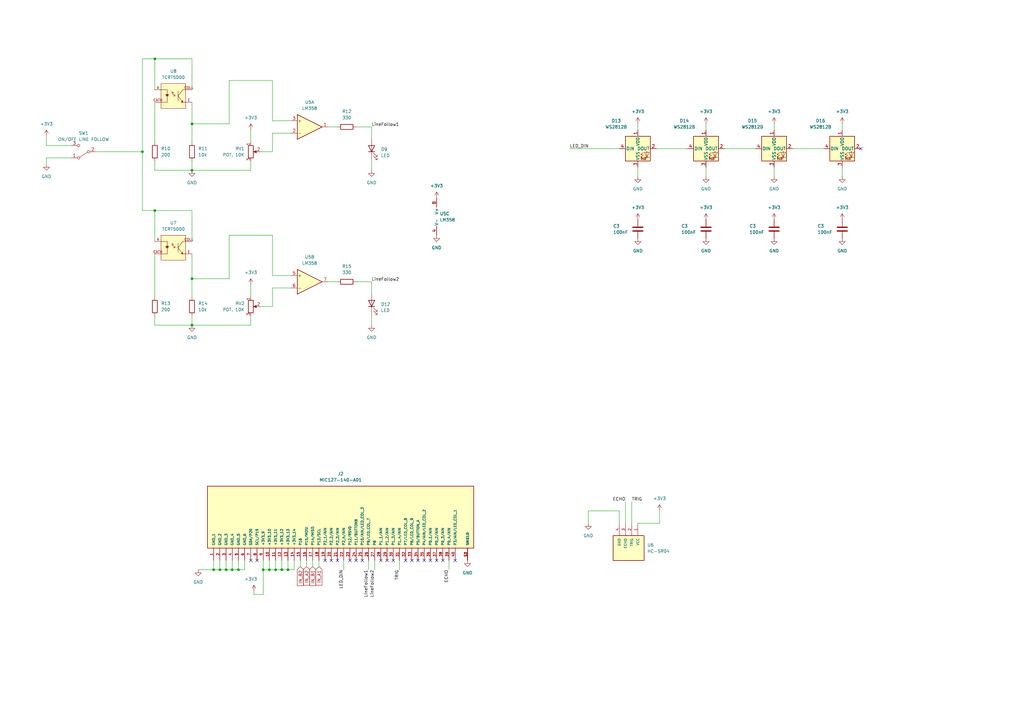
<source format=kicad_sch>
(kicad_sch (version 20230121) (generator eeschema)
  (paper "A3")
  (lib_symbols
    (symbol "Amplifier_Operational:LM358" (pin_names (offset 0.127))
      (property "Reference" "U" (at 0 5.08 0))
      (property "Value" "LM358" (at 0 -5.08 0))
      (symbol "LM358_1_1"
        (polyline (pts (xy -5.08 5.08) (xy 5.08 0) (xy -5.08 -5.08) (xy -5.08 5.08)) (stroke (width 0.254)) (fill (type background)))
        (pin output line (at 7.62 0 180) (length 2.54) (name "~") (number "1"))
        (pin input line (at -7.62 -2.54 0) (length 2.54) (name "-") (number "2"))
        (pin input line (at -7.62 2.54 0) (length 2.54) (name "+") (number "3"))
      )
      (symbol "LM358_2_1"
        (polyline (pts (xy -5.08 5.08) (xy 5.08 0) (xy -5.08 -5.08) (xy -5.08 5.08)) (stroke (width 0.254)) (fill (type background)))
        (pin input line (at -7.62 2.54 0) (length 2.54) (name "+") (number "5"))
        (pin input line (at -7.62 -2.54 0) (length 2.54) (name "-") (number "6"))
        (pin output line (at 7.62 0 180) (length 2.54) (name "~") (number "7"))
      )
      (symbol "LM358_3_1"
        (pin power_in line (at -2.54 -7.62 90) (length 3.81) (name "V-") (number "4"))
        (pin power_in line (at -2.54 7.62 270) (length 3.81) (name "V+") (number "8"))
      )
    )
    (symbol "Device:C" (pin_numbers hide) (pin_names (offset 0.254))
      (property "Reference" "C" (at 0.635 2.54 0))
      (property "Value" "C" (at 0.635 -2.54 0))
      (symbol "C_0_1"
        (polyline (pts (xy -2.032 -0.762) (xy 2.032 -0.762)) (stroke (width 0.508)))
        (polyline (pts (xy -2.032 0.762) (xy 2.032 0.762)) (stroke (width 0.508)))
      )
      (symbol "C_1_1"
        (pin passive line (at 0 3.81 270) (length 2.794) (name "~") (number "1"))
        (pin passive line (at 0 -3.81 90) (length 2.794) (name "~") (number "2"))
      )
    )
    (symbol "Device:LED" (pin_numbers hide) (pin_names (offset 1.016) hide)
      (property "Reference" "D" (at 0 2.54 0))
      (property "Value" "LED" (at 0 -2.54 0))
      (symbol "LED_0_1"
        (polyline (pts (xy -1.27 -1.27) (xy -1.27 1.27)) (stroke (width 0.254)))
        (polyline (pts (xy -1.27 0) (xy 1.27 0)))
        (polyline (pts (xy 1.27 -1.27) (xy 1.27 1.27) (xy -1.27 0) (xy 1.27 -1.27)) (stroke (width 0.254)))
        (polyline (pts (xy -3.048 -0.762) (xy -4.572 -2.286) (xy -3.81 -2.286) (xy -4.572 -2.286) (xy -4.572 -1.524)))
        (polyline (pts (xy -1.778 -0.762) (xy -3.302 -2.286) (xy -2.54 -2.286) (xy -3.302 -2.286) (xy -3.302 -1.524)))
      )
      (symbol "LED_1_1"
        (pin passive line (at -3.81 0 0) (length 2.54) (name "K") (number "1"))
        (pin passive line (at 3.81 0 180) (length 2.54) (name "A") (number "2"))
      )
    )
    (symbol "Device:R" (pin_numbers hide) (pin_names (offset 0))
      (property "Reference" "R" (at 2.032 0 90))
      (property "Value" "R" (at 0 0 90))
      (symbol "R_0_1"
        (rectangle (start -1.016 -2.54) (end 1.016 2.54) (stroke (width 0.254)))
      )
      (symbol "R_1_1"
        (pin passive line (at 0 3.81 270) (length 1.27) (name "~") (number "1"))
        (pin passive line (at 0 -3.81 90) (length 1.27) (name "~") (number "2"))
      )
    )
    (symbol "Device:R_Potentiometer" (pin_names (offset 1.016) hide)
      (property "Reference" "RV" (at -4.445 0 90))
      (property "Value" "R_Potentiometer" (at -2.54 0 90))
      (symbol "R_Potentiometer_0_1"
        (polyline (pts (xy 2.54 0) (xy 1.524 0)))
        (polyline (pts (xy 1.143 0) (xy 2.286 0.508) (xy 2.286 -0.508) (xy 1.143 0)) (fill (type outline)))
        (rectangle (start 1.016 2.54) (end -1.016 -2.54) (stroke (width 0.254)))
      )
      (symbol "R_Potentiometer_1_1"
        (pin passive line (at 0 3.81 270) (length 1.27) (name "1") (number "1"))
        (pin passive line (at 3.81 0 180) (length 1.27) (name "2") (number "2"))
        (pin passive line (at 0 -3.81 90) (length 1.27) (name "3") (number "3"))
      )
    )
    (symbol "HC-SR04:HC-SR04" (pin_names (offset 1.016))
      (property "Reference" "U" (at 0 5.0813 0))
      (property "Value" "HC-SR04" (at 0 -10.163 0))
      (symbol "HC-SR04_0_0"
        (rectangle (start 0 -7.62) (end 10.16 5.08) (stroke (width 0.254)) (fill (type background)))
        (pin power_in line (at -5.08 2.54 0) (length 5.08) (name "VCC") (number "1"))
        (pin bidirectional line (at -5.08 0 0) (length 5.08) (name "TRIG") (number "2"))
        (pin bidirectional line (at -5.08 -2.54 0) (length 5.08) (name "ECHO") (number "3"))
        (pin power_in line (at -5.08 -5.08 0) (length 5.08) (name "GND") (number "4"))
      )
    )
    (symbol "LED:WS2812B" (pin_names (offset 0.254))
      (property "Reference" "D" (at 5.08 5.715 0))
      (property "Value" "WS2812B" (at 1.27 -5.715 0))
      (symbol "WS2812B_0_0"
        (text "RGB" (at 2.286 -4.191 0) (effects (font (size 0.762 0.762))))
      )
      (symbol "WS2812B_0_1"
        (polyline (pts (xy 1.27 -3.556) (xy 1.778 -3.556)))
        (polyline (pts (xy 1.27 -2.54) (xy 1.778 -2.54)))
        (polyline (pts (xy 4.699 -3.556) (xy 2.667 -3.556)))
        (polyline (pts (xy 2.286 -2.54) (xy 1.27 -3.556) (xy 1.27 -3.048)))
        (polyline (pts (xy 2.286 -1.524) (xy 1.27 -2.54) (xy 1.27 -2.032)))
        (polyline (pts (xy 3.683 -1.016) (xy 3.683 -3.556) (xy 3.683 -4.064)))
        (polyline (pts (xy 4.699 -1.524) (xy 2.667 -1.524) (xy 3.683 -3.556) (xy 4.699 -1.524)))
        (rectangle (start 5.08 5.08) (end -5.08 -5.08) (stroke (width 0.254)) (fill (type background)))
      )
      (symbol "WS2812B_1_1"
        (pin power_in line (at 0 7.62 270) (length 2.54) (name "VDD") (number "1"))
        (pin output line (at 7.62 0 180) (length 2.54) (name "DOUT") (number "2"))
        (pin power_in line (at 0 -7.62 90) (length 2.54) (name "VSS") (number "3"))
        (pin input line (at -7.62 0 0) (length 2.54) (name "DIN") (number "4"))
      )
    )
    (symbol "MIC127-140-A01:MIC127-140-A01" (pin_names (offset 1.016))
      (property "Reference" "J" (at -12.7 54.61 0))
      (property "Value" "MIC127-140-A01" (at -12.7 -58.42 0))
      (symbol "MIC127-140-A01_0_0"
        (rectangle (start -12.7 -55.88) (end 12.7 53.34) (stroke (width 0.254)) (fill (type background)))
        (pin power_in line (at -17.78 50.8 0) (length 5.08) (name "GND_1") (number "1"))
        (pin power_in line (at -17.78 27.94 0) (length 5.08) (name "+3V3_10") (number "10"))
        (pin power_in line (at -17.78 25.4 0) (length 5.08) (name "+3V3_11") (number "11"))
        (pin power_in line (at -17.78 22.86 0) (length 5.08) (name "+3V3_12") (number "12"))
        (pin power_in line (at -17.78 20.32 0) (length 5.08) (name "+3V3_13") (number "13"))
        (pin power_in line (at -17.78 17.78 0) (length 5.08) (name "+3V3_14") (number "14"))
        (pin bidirectional line (at -17.78 15.24 0) (length 5.08) (name "P16") (number "15"))
        (pin bidirectional line (at -17.78 12.7 0) (length 5.08) (name "P15/MOSI") (number "16"))
        (pin bidirectional line (at -17.78 10.16 0) (length 5.08) (name "P14/MISO") (number "17"))
        (pin bidirectional line (at -17.78 7.62 0) (length 5.08) (name "P13/SCL") (number "18"))
        (pin bidirectional line (at -17.78 5.08 0) (length 5.08) (name "P2_1/AIN") (number "19"))
        (pin power_in line (at -17.78 48.26 0) (length 5.08) (name "GND_2") (number "2"))
        (pin bidirectional line (at -17.78 2.54 0) (length 5.08) (name "P2_2/AIN") (number "20"))
        (pin bidirectional line (at -17.78 0 0) (length 5.08) (name "P2_3/AIN") (number "21"))
        (pin bidirectional line (at -17.78 -2.54 0) (length 5.08) (name "P2_4/AIN") (number "22"))
        (pin bidirectional line (at -17.78 -5.08 0) (length 5.08) (name "P12/RSVD") (number "23"))
        (pin bidirectional line (at -17.78 -7.62 0) (length 5.08) (name "P11/BUTTONB") (number "24"))
        (pin bidirectional line (at -17.78 -10.16 0) (length 5.08) (name "P10/AIN/LED_COL_3") (number "25"))
        (pin bidirectional line (at -17.78 -12.7 0) (length 5.08) (name "P9/LED_COL_7") (number "26"))
        (pin bidirectional line (at -17.78 -15.24 0) (length 5.08) (name "P8") (number "27"))
        (pin bidirectional line (at -17.78 -17.78 0) (length 5.08) (name "P1_1/AIN") (number "28"))
        (pin bidirectional line (at -17.78 -20.32 0) (length 5.08) (name "P1_2/AIN") (number "29"))
        (pin power_in line (at -17.78 45.72 0) (length 5.08) (name "GND_3") (number "3"))
        (pin bidirectional line (at -17.78 -22.86 0) (length 5.08) (name "P1_3/AIN") (number "30"))
        (pin bidirectional line (at -17.78 -25.4 0) (length 5.08) (name "P1_4/AIN") (number "31"))
        (pin bidirectional line (at -17.78 -27.94 0) (length 5.08) (name "P7/LED_COL_8") (number "32"))
        (pin bidirectional line (at -17.78 -30.48 0) (length 5.08) (name "P6/LED_COL_9") (number "33"))
        (pin bidirectional line (at -17.78 -33.02 0) (length 5.08) (name "P5/BUTTON_A") (number "34"))
        (pin bidirectional line (at -17.78 -35.56 0) (length 5.08) (name "P4/AIN/LED_COL_2") (number "35"))
        (pin bidirectional line (at -17.78 -38.1 0) (length 5.08) (name "P0_1/AIN") (number "36"))
        (pin bidirectional line (at -17.78 -40.64 0) (length 5.08) (name "P0_2/AIN") (number "37"))
        (pin bidirectional line (at -17.78 -43.18 0) (length 5.08) (name "P0_3/AIN") (number "38"))
        (pin bidirectional line (at -17.78 -45.72 0) (length 5.08) (name "P0_4/AIN") (number "39"))
        (pin power_in line (at -17.78 43.18 0) (length 5.08) (name "GND_4") (number "4"))
        (pin bidirectional line (at -17.78 -48.26 0) (length 5.08) (name "P3/AIN/LED_COL_1") (number "40"))
        (pin power_in line (at -17.78 40.64 0) (length 5.08) (name "GND_5") (number "5"))
        (pin power_in line (at -17.78 38.1 0) (length 5.08) (name "GND_6") (number "6"))
        (pin bidirectional line (at -17.78 35.56 0) (length 5.08) (name "SDA/P20") (number "7"))
        (pin bidirectional line (at -17.78 33.02 0) (length 5.08) (name "SCL/P19") (number "8"))
        (pin power_in line (at -17.78 30.48 0) (length 5.08) (name "+3V3_9") (number "9"))
        (pin passive line (at -17.78 -53.34 0) (length 5.08) (name "SHIELD") (number "S1"))
        (pin passive line (at -17.78 -53.34 0) (length 5.08) (name "SHIELD") (number "S2"))
      )
    )
    (symbol "Switch:SW_SPDT" (pin_names (offset 0) hide)
      (property "Reference" "SW" (at 0 4.318 0))
      (property "Value" "SW_SPDT" (at 0 -5.08 0))
      (symbol "SW_SPDT_0_0"
        (circle (center -2.032 0) (radius 0.508))
        (circle (center 2.032 -2.54) (radius 0.508))
      )
      (symbol "SW_SPDT_0_1"
        (polyline (pts (xy -1.524 0.254) (xy 1.651 2.286)))
        (circle (center 2.032 2.54) (radius 0.508))
      )
      (symbol "SW_SPDT_1_1"
        (pin passive line (at 5.08 2.54 180) (length 2.54) (name "A") (number "1"))
        (pin passive line (at -5.08 0 0) (length 2.54) (name "B") (number "2"))
        (pin passive line (at 5.08 -2.54 180) (length 2.54) (name "C") (number "3"))
      )
    )
    (symbol "TCRT5000:TCRT5000" (pin_names (offset 1.016))
      (property "Reference" "U" (at -5.0887 5.7248 0))
      (property "Value" "TCRT5000" (at -5.0838 -5.7193 0))
      (symbol "TCRT5000_0_0"
        (rectangle (start -5.08 -5.08) (end 5.08 5.08) (stroke (width 0.1524)) (fill (type background)))
        (polyline (pts (xy -5.08 2.54) (xy -2.54 2.54)) (stroke (width 0.1524)))
        (polyline (pts (xy -3.175 0) (xy -1.905 0)) (stroke (width 0.1524)))
        (polyline (pts (xy -2.54 -2.54) (xy -5.08 -2.54)) (stroke (width 0.1524)))
        (polyline (pts (xy -2.54 2.54) (xy -2.54 -2.54)) (stroke (width 0.1524)))
        (polyline (pts (xy -0.635 1.27) (xy 0.635 0)) (stroke (width 0.1524)))
        (polyline (pts (xy -0.635 1.905) (xy 0 1.27)) (stroke (width 0.1524)))
        (polyline (pts (xy 0 1.27) (xy -0.635 1.27)) (stroke (width 0.1524)))
        (polyline (pts (xy 0.635 0) (xy 0 0)) (stroke (width 0.1524)))
        (polyline (pts (xy 0.635 0.635) (xy 0.635 0)) (stroke (width 0.1524)))
        (polyline (pts (xy 1.905 0) (xy 1.905 -1.905)) (stroke (width 0.1524)))
        (polyline (pts (xy 1.905 0) (xy 3.81 -2.54)) (stroke (width 0.1524)))
        (polyline (pts (xy 1.905 0) (xy 3.81 2.54)) (stroke (width 0.1524)))
        (polyline (pts (xy 1.905 1.905) (xy 1.905 0)) (stroke (width 0.1524)))
        (polyline (pts (xy 3.81 -2.54) (xy 5.08 -2.54)) (stroke (width 0.1524)))
        (polyline (pts (xy 3.81 2.54) (xy 5.08 2.54)) (stroke (width 0.1524)))
        (polyline (pts (xy -3.175 0.635) (xy -1.905 0.635) (xy -2.54 0) (xy -3.175 0.635)) (stroke (width 0.1524)) (fill (type outline)))
        (polyline (pts (xy 3.175 -2.54) (xy 3.81 -2.54) (xy 3.81 -1.905) (xy 3.175 -2.54)) (stroke (width 0.1524)) (fill (type outline)))
        (pin passive line (at -7.62 2.54 0) (length 2.54) (name "~") (number "A"))
        (pin passive line (at -7.62 -2.54 0) (length 2.54) (name "~") (number "CATH"))
        (pin passive line (at 7.62 2.54 180) (length 2.54) (name "~") (number "COLL"))
        (pin passive line (at 7.62 -2.54 180) (length 2.54) (name "~") (number "E"))
      )
    )
    (symbol "power:+3V3" (power) (pin_names (offset 0))
      (property "Value" "+3V3" (at 0 3.556 0))
      (symbol "+3V3_0_1"
        (polyline (pts (xy -0.762 1.27) (xy 0 2.54)))
        (polyline (pts (xy 0 0) (xy 0 2.54)))
        (polyline (pts (xy 0 2.54) (xy 0.762 1.27)))
      )
      (symbol "+3V3_1_1"
        (pin power_in line (at 0 0 90) (length 0) hide (name "+3V3") (number "1"))
      )
    )
    (symbol "power:GND" (power) (pin_names (offset 0))
      (property "Value" "GND" (at 0 -3.81 0))
      (symbol "GND_0_1"
        (polyline (pts (xy 0 0) (xy 0 -1.27) (xy 1.27 -1.27) (xy 0 -2.54) (xy -1.27 -1.27) (xy 0 -1.27)))
      )
      (symbol "GND_1_1"
        (pin power_in line (at 0 0 270) (length 0) hide (name "GND") (number "1"))
      )
    )
  )
  (junction (at 110.49 233.68))
  (junction (at 78.74 50.8))
  (junction (at 78.74 114.3))
  (junction (at 92.71 233.68))
  (junction (at 95.25 233.68))
  (junction (at 63.5 86.36))
  (junction (at 58.42 62.23))
  (junction (at 115.57 233.68))
  (junction (at 63.5 24.13))
  (junction (at 90.17 233.68))
  (junction (at 113.03 233.68))
  (junction (at 78.74 133.35))
  (junction (at 78.74 69.85))
  (junction (at 87.63 233.68))
  (junction (at 118.11 233.68))
  (junction (at 107.95 233.68))
  (junction (at 97.79 233.68))
  (no_connect (at 105.41 229.87))
  (no_connect (at 166.37 229.87))
  (no_connect (at 186.69 229.87))
  (no_connect (at 168.91 229.87))
  (no_connect (at 133.35 229.87))
  (no_connect (at 179.07 229.87))
  (no_connect (at 146.05 229.87))
  (no_connect (at 173.99 229.87))
  (no_connect (at 148.59 229.87))
  (no_connect (at 176.53 229.87))
  (no_connect (at 143.51 229.87))
  (no_connect (at 161.29 229.87))
  (no_connect (at 156.21 229.87))
  (no_connect (at 102.87 229.87))
  (no_connect (at 138.43 229.87))
  (no_connect (at 158.75 229.87))
  (no_connect (at 353.06 60.96))
  (no_connect (at 171.45 229.87))
  (no_connect (at 181.61 229.87))
  (no_connect (at 135.89 229.87))
  (wire (pts (xy 97.79 233.68) (xy 95.25 233.68)))
  (wire (pts (xy 106.68 62.23) (xy 111.76 62.23)))
  (wire (pts (xy 97.79 229.87) (xy 97.79 233.68)))
  (wire (pts (xy 134.62 115.57) (xy 138.43 115.57)))
  (wire (pts (xy 151.13 229.87) (xy 151.13 233.68)))
  (wire (pts (xy 102.87 116.84) (xy 102.87 121.92)))
  (wire (pts (xy 111.76 113.03) (xy 119.38 113.03)))
  (wire (pts (xy 63.5 86.36) (xy 63.5 99.06)))
  (wire (pts (xy 106.68 125.73) (xy 111.76 125.73)))
  (wire (pts (xy 152.4 133.35) (xy 152.4 128.27)))
  (wire (pts (xy 134.62 52.07) (xy 138.43 52.07)))
  (wire (pts (xy 128.27 232.41) (xy 128.27 229.87)))
  (wire (pts (xy 317.5 50.8) (xy 317.5 53.34)))
  (wire (pts (xy 102.87 129.54) (xy 102.87 133.35)))
  (wire (pts (xy 110.49 233.68) (xy 110.49 229.87)))
  (wire (pts (xy 146.05 52.07) (xy 152.4 52.07)))
  (wire (pts (xy 102.87 53.34) (xy 102.87 58.42)))
  (wire (pts (xy 289.56 68.58) (xy 289.56 72.39)))
  (wire (pts (xy 123.19 232.41) (xy 123.19 229.87)))
  (wire (pts (xy 163.83 229.87) (xy 163.83 233.68)))
  (wire (pts (xy 63.5 133.35) (xy 78.74 133.35)))
  (wire (pts (xy 63.5 24.13) (xy 63.5 36.83)))
  (wire (pts (xy 90.17 229.87) (xy 90.17 233.68)))
  (wire (pts (xy 107.95 233.68) (xy 110.49 233.68)))
  (wire (pts (xy 113.03 233.68) (xy 110.49 233.68)))
  (wire (pts (xy 254 209.55) (xy 241.3 209.55)))
  (wire (pts (xy 63.5 66.04) (xy 63.5 69.85)))
  (wire (pts (xy 29.21 64.77) (xy 19.05 64.77)))
  (wire (pts (xy 78.74 50.8) (xy 93.98 50.8)))
  (wire (pts (xy 118.11 229.87) (xy 118.11 233.68)))
  (wire (pts (xy 58.42 62.23) (xy 58.42 24.13)))
  (wire (pts (xy 95.25 233.68) (xy 92.71 233.68)))
  (wire (pts (xy 115.57 233.68) (xy 113.03 233.68)))
  (wire (pts (xy 254 214.63) (xy 254 209.55)))
  (wire (pts (xy 130.81 232.41) (xy 130.81 229.87)))
  (wire (pts (xy 261.62 50.8) (xy 261.62 53.34)))
  (wire (pts (xy 93.98 33.02) (xy 111.76 33.02)))
  (wire (pts (xy 90.17 233.68) (xy 87.63 233.68)))
  (wire (pts (xy 118.11 233.68) (xy 115.57 233.68)))
  (wire (pts (xy 146.05 115.57) (xy 152.4 115.57)))
  (wire (pts (xy 78.74 114.3) (xy 78.74 121.92)))
  (wire (pts (xy 63.5 24.13) (xy 78.74 24.13)))
  (wire (pts (xy 93.98 96.52) (xy 111.76 96.52)))
  (wire (pts (xy 100.33 229.87) (xy 100.33 233.68)))
  (wire (pts (xy 19.05 59.69) (xy 19.05 55.88)))
  (wire (pts (xy 270.51 214.63) (xy 270.51 209.55)))
  (wire (pts (xy 78.74 133.35) (xy 78.74 129.54)))
  (wire (pts (xy 78.74 86.36) (xy 78.74 99.06)))
  (wire (pts (xy 111.76 49.53) (xy 119.38 49.53)))
  (wire (pts (xy 78.74 104.14) (xy 78.74 114.3)))
  (wire (pts (xy 58.42 86.36) (xy 63.5 86.36)))
  (wire (pts (xy 100.33 233.68) (xy 97.79 233.68)))
  (wire (pts (xy 63.5 104.14) (xy 63.5 121.92)))
  (wire (pts (xy 261.62 68.58) (xy 261.62 72.39)))
  (wire (pts (xy 102.87 69.85) (xy 78.74 69.85)))
  (wire (pts (xy 111.76 96.52) (xy 111.76 113.03)))
  (wire (pts (xy 261.62 214.63) (xy 270.51 214.63)))
  (wire (pts (xy 256.54 205.74) (xy 256.54 214.63)))
  (wire (pts (xy 102.87 133.35) (xy 78.74 133.35)))
  (wire (pts (xy 111.76 62.23) (xy 111.76 54.61)))
  (wire (pts (xy 107.95 243.84) (xy 104.14 243.84)))
  (wire (pts (xy 102.87 66.04) (xy 102.87 69.85)))
  (wire (pts (xy 92.71 233.68) (xy 90.17 233.68)))
  (wire (pts (xy 63.5 129.54) (xy 63.5 133.35)))
  (wire (pts (xy 259.08 205.74) (xy 259.08 214.63)))
  (wire (pts (xy 297.18 60.96) (xy 309.88 60.96)))
  (wire (pts (xy 39.37 62.23) (xy 58.42 62.23)))
  (wire (pts (xy 289.56 50.8) (xy 289.56 53.34)))
  (wire (pts (xy 104.14 243.84) (xy 104.14 242.57)))
  (wire (pts (xy 345.44 50.8) (xy 345.44 53.34)))
  (wire (pts (xy 152.4 69.85) (xy 152.4 64.77)))
  (wire (pts (xy 58.42 24.13) (xy 63.5 24.13)))
  (wire (pts (xy 19.05 64.77) (xy 19.05 67.31)))
  (wire (pts (xy 113.03 229.87) (xy 113.03 233.68)))
  (wire (pts (xy 63.5 86.36) (xy 78.74 86.36)))
  (wire (pts (xy 111.76 118.11) (xy 119.38 118.11)))
  (wire (pts (xy 29.21 59.69) (xy 19.05 59.69)))
  (wire (pts (xy 233.68 60.96) (xy 254 60.96)))
  (wire (pts (xy 111.76 125.73) (xy 111.76 118.11)))
  (wire (pts (xy 107.95 233.68) (xy 107.95 243.84)))
  (wire (pts (xy 63.5 41.91) (xy 63.5 58.42)))
  (wire (pts (xy 153.67 229.87) (xy 153.67 233.68)))
  (wire (pts (xy 78.74 50.8) (xy 78.74 58.42)))
  (wire (pts (xy 107.95 229.87) (xy 107.95 233.68)))
  (wire (pts (xy 184.15 229.87) (xy 184.15 233.68)))
  (wire (pts (xy 152.4 115.57) (xy 152.4 120.65)))
  (wire (pts (xy 93.98 114.3) (xy 93.98 96.52)))
  (wire (pts (xy 63.5 69.85) (xy 78.74 69.85)))
  (wire (pts (xy 269.24 60.96) (xy 281.94 60.96)))
  (wire (pts (xy 111.76 33.02) (xy 111.76 49.53)))
  (wire (pts (xy 120.65 233.68) (xy 118.11 233.68)))
  (wire (pts (xy 78.74 41.91) (xy 78.74 50.8)))
  (wire (pts (xy 78.74 69.85) (xy 78.74 66.04)))
  (wire (pts (xy 325.12 60.96) (xy 337.82 60.96)))
  (wire (pts (xy 58.42 62.23) (xy 58.42 86.36)))
  (wire (pts (xy 95.25 229.87) (xy 95.25 233.68)))
  (wire (pts (xy 241.3 209.55) (xy 241.3 214.63)))
  (wire (pts (xy 317.5 68.58) (xy 317.5 72.39)))
  (wire (pts (xy 152.4 52.07) (xy 152.4 57.15)))
  (wire (pts (xy 78.74 24.13) (xy 78.74 36.83)))
  (wire (pts (xy 78.74 114.3) (xy 93.98 114.3)))
  (wire (pts (xy 140.97 229.87) (xy 140.97 233.68)))
  (wire (pts (xy 92.71 229.87) (xy 92.71 233.68)))
  (wire (pts (xy 81.28 233.68) (xy 87.63 233.68)))
  (wire (pts (xy 120.65 229.87) (xy 120.65 233.68)))
  (wire (pts (xy 111.76 54.61) (xy 119.38 54.61)))
  (wire (pts (xy 93.98 50.8) (xy 93.98 33.02)))
  (wire (pts (xy 345.44 68.58) (xy 345.44 72.39)))
  (wire (pts (xy 115.57 229.87) (xy 115.57 233.68)))
  (wire (pts (xy 125.73 232.41) (xy 125.73 229.87)))
  (wire (pts (xy 87.63 233.68) (xy 87.63 229.87)))
  (label "LED_DIN" (at 140.97 233.68 270))
  (label "TRIG" (at 163.83 233.68 270))
  (label "LineFollow2" (at 153.67 233.68 270))
  (label "LineFollow2" (at 152.4 115.57 0))
  (label "ECHO" (at 256.54 205.74 180))
  (label "LineFollow1" (at 152.4 52.07 0))
  (label "LED_DIN" (at 233.68 60.96 0))
  (label "LineFollow1" (at 151.13 233.68 270))
  (label "TRIG" (at 259.08 205.74 0))
  (label "ECHO" (at 184.15 233.68 270))
  (global_label "IN_B2" (shape input) (at 123.19 232.41 270) (property "Intersheetrefs" "${INTERSHEET_REFS}" (effects hide)))
  (global_label "IN_A1" (shape input) (at 130.81 232.41 270) (property "Intersheetrefs" "${INTERSHEET_REFS}" (effects hide)))
  (global_label "IN_B1" (shape input) (at 128.27 232.41 270) (property "Intersheetrefs" "${INTERSHEET_REFS}" (effects hide)))
  (global_label "IN_A2" (shape input) (at 125.73 232.41 270) (property "Intersheetrefs" "${INTERSHEET_REFS}" (effects hide)))
  (symbol (lib_id "power:GND") (at 261.62 72.39 0) (unit 1)
    (property "Reference" "#PWR040" (effects hide))
    (property "Value" "GND" (at 261.62 77.47 0))
  )
  (symbol (lib_id "MIC127-140-A01:MIC127-140-A01") (at 138.43 212.09 90) (unit 1)
    (property "Reference" "J2" (at 139.7 194.31 90))
    (property "Value" "MIC127-140-A01" (at 139.7 196.85 90))
    (property "Footprint" "MIC127-140-A01:DONGGUAN_MIC127-140-A01" (effects hide))
    (property "MF" "Dongguan Liyang electronics" (effects hide))
    (property "MAXIMUM_PACKAGE_HEIGHT" "10.6 mm" (effects hide))
    (property "Package" "Package" (effects hide))
    (property "Price" "None" (effects hide))
    (property "Check_prices" "https://www.snapeda.com/parts/MIC127-140-A01/Dongguan+Liyang+electronics/view-part/?ref=eda" (effects hide))
    (property "STANDARD" "Manufacturer Recommendations" (effects hide))
    (property "PARTREV" "A" (effects hide))
    (property "SnapEDA_Link" "https://www.snapeda.com/parts/MIC127-140-A01/Dongguan+Liyang+electronics/view-part/?ref=snap" (effects hide))
    (property "MP" "MIC127-140-A01" (effects hide))
    (property "Description" "\n40-pins Micro Bit-connector, SMT\n" (effects hide))
    (property "Availability" "Not in stock" (effects hide))
    (property "MANUFACTURER" "Dong Guan Yu Liang Electronics" (effects hide))
  )
  (symbol (lib_id "HC-SR04:HC-SR04") (at 259.08 219.71 270) (unit 1)
    (property "Reference" "U6" (at 265.43 223.52 90) (effects (justify left)))
    (property "Value" "HC-SR04" (at 265.43 226.06 90) (effects (justify left)))
    (property "Footprint" "HC-SR04:XCVR_HC-SR04" (effects hide))
    (property "MF" "SparkFun Electronics" (effects hide))
    (property "Description" "\nHC-SR04 Ultrasonic Sensor Qwiic Platform Evaluation Expansion Board\n" (effects hide))
    (property "Package" "None" (effects hide))
    (property "Price" "None" (effects hide))
    (property "Check_prices" "https://www.snapeda.com/parts/HC-SR04/SparkFun+Electronics/view-part/?ref=eda" (effects hide))
    (property "SnapEDA_Link" "https://www.snapeda.com/parts/HC-SR04/SparkFun+Electronics/view-part/?ref=snap" (effects hide))
    (property "MP" "HC-SR04" (effects hide))
    (property "Availability" "Not in stock" (effects hide))
    (property "MANUFACTURER" "Osepp" (effects hide))
  )
  (symbol (lib_id "LED:WS2812B") (at 317.5 60.96 0) (unit 1)
    (property "Reference" "D15" (at 308.61 49.53 0))
    (property "Value" "WS2812B" (at 308.61 52.07 0))
    (property "Footprint" "LED_SMD:LED_WS2812B_PLCC4_5.0x5.0mm_P3.2mm" (effects hide))
    (property "Datasheet" "https://cdn-shop.adafruit.com/datasheets/WS2812B.pdf" (effects hide))
  )
  (symbol (lib_id "Device:C") (at 289.56 93.98 0) (unit 1)
    (property "Reference" "C3" (at 279.4 92.71 0) (effects (justify left)))
    (property "Value" "100nF" (at 279.4 95.25 0) (effects (justify left)))
    (property "Footprint" "Capacitor_SMD:C_0805_2012Metric" (effects hide))
    (instances (project "PCB_MAQUEEN_V1" (path "" (reference "C3") (unit 1)) (path "" (reference "C9") (unit 1))))
  )
  (symbol (lib_id "Device:R") (at 63.5 125.73 0) (unit 1)
    (property "Reference" "R13" (at 66.04 124.46 0) (effects (justify left)))
    (property "Value" "200" (at 66.04 127 0) (effects (justify left)))
    (property "Footprint" "Resistor_SMD:R_0805_2012Metric" (effects hide))
  )
  (symbol (lib_id "power:GND") (at 317.5 97.79 0) (unit 1)
    (property "Reference" "#PWR053" (effects hide))
    (property "Value" "GND" (at 317.5 102.87 0))
  )
  (symbol (lib_id "power:+3V3") (at 317.5 50.8 0) (unit 1)
    (property "Reference" "#PWR03" (effects hide))
    (property "Value" "+3V3" (at 317.5 45.72 0))
    (instances (project "PCB_MAQUEEN_V1" (path "" (reference "#PWR03") (unit 1)) (path "" (reference "#PWR047") (unit 1))))
  )
  (symbol (lib_id "Device:R") (at 142.24 115.57 90) (unit 1)
    (property "Reference" "R15" (at 142.24 109.22 90))
    (property "Value" "330" (at 142.24 111.76 90))
    (property "Footprint" "Resistor_SMD:R_0805_2012Metric" (effects hide))
  )
  (symbol (lib_id "power:+3V3") (at 261.62 50.8 0) (unit 1)
    (property "Reference" "#PWR03" (effects hide))
    (property "Value" "+3V3" (at 261.62 45.72 0))
    (instances (project "PCB_MAQUEEN_V1" (path "" (reference "#PWR03") (unit 1)) (path "" (reference "#PWR039") (unit 1))))
  )
  (symbol (lib_id "power:GND") (at 19.05 67.31 0) (unit 1)
    (property "Reference" "#PWR060" (effects hide))
    (property "Value" "GND" (at 19.05 72.39 0))
  )
  (symbol (lib_id "power:GND") (at 191.77 229.87 0) (unit 1)
    (property "Reference" "#PWR029" (effects hide))
    (property "Value" "GND" (at 191.77 234.95 0))
  )
  (symbol (lib_id "Switch:SW_SPDT") (at 34.29 62.23 180) (unit 1)
    (property "Reference" "SW1" (at 34.29 54.61 0))
    (property "Value" "ON/OFF LINE FOLLOW" (at 34.29 57.15 0))
    (property "Footprint" "Footprint_lib_user:SW_DESLIZANTE" (effects hide))
    (instances (project "PCB_MAQUEEN_V1" (path "" (reference "SW1") (unit 1)) (path "" (reference "SW2") (unit 1))))
  )
  (symbol (lib_id "power:+3V3") (at 179.07 81.28 0) (unit 1)
    (property "Reference" "#PWR03" (effects hide))
    (property "Value" "+3V3" (at 179.07 76.2 0))
    (instances (project "PCB_MAQUEEN_V1" (path "" (reference "#PWR03") (unit 1)) (path "" (reference "#PWR037") (unit 1))))
  )
  (symbol (lib_id "power:GND") (at 78.74 133.35 0) (unit 1)
    (property "Reference" "#PWR035" (effects hide))
    (property "Value" "GND" (at 78.74 138.43 0))
  )
  (symbol (lib_id "Device:R") (at 142.24 52.07 90) (unit 1)
    (property "Reference" "R12" (at 142.24 45.72 90))
    (property "Value" "330" (at 142.24 48.26 90))
    (property "Footprint" "Resistor_SMD:R_0805_2012Metric" (effects hide))
  )
  (symbol (lib_id "power:+3V3") (at 104.14 242.57 0) (unit 1)
    (property "Reference" "#PWR03" (effects hide))
    (property "Value" "+3V3" (at 102.87 237.49 0))
    (instances (project "PCB_MAQUEEN_V1" (path "" (reference "#PWR03") (unit 1)) (path "" (reference "#PWR058") (unit 1))))
  )
  (symbol (lib_id "Amplifier_Operational:LM358") (at 127 115.57 0) (unit 2)
    (property "Reference" "U5" (at 127 105.41 0))
    (property "Value" "LM358" (at 127 107.95 0))
    (property "Footprint" "Package_SO:SOIC-8_3.9x4.9mm_P1.27mm" (effects hide))
    (property "Datasheet" "http://www.ti.com/lit/ds/symlink/lm2904-n.pdf" (effects hide))
  )
  (symbol (lib_id "Device:C") (at 317.5 93.98 0) (unit 1)
    (property "Reference" "C3" (at 307.34 92.71 0) (effects (justify left)))
    (property "Value" "100nF" (at 307.34 95.25 0) (effects (justify left)))
    (property "Footprint" "Capacitor_SMD:C_0805_2012Metric" (effects hide))
    (instances (project "PCB_MAQUEEN_V1" (path "" (reference "C3") (unit 1)) (path "" (reference "C10") (unit 1))))
  )
  (symbol (lib_id "Device:R") (at 78.74 125.73 0) (unit 1)
    (property "Reference" "R14" (at 81.28 124.46 0) (effects (justify left)))
    (property "Value" "10k" (at 81.28 127 0) (effects (justify left)))
    (property "Footprint" "Resistor_SMD:R_0805_2012Metric" (effects hide))
  )
  (symbol (lib_id "Device:LED") (at 152.4 124.46 90) (unit 1)
    (property "Reference" "D12" (at 156.21 124.7775 90) (effects (justify right)))
    (property "Value" "LED" (at 156.21 127.3175 90) (effects (justify right)))
    (property "Footprint" "LED_SMD:LED_0805_2012Metric_Pad1.15x1.40mm_HandSolder" (effects hide))
  )
  (symbol (lib_id "power:GND") (at 345.44 72.39 0) (unit 1)
    (property "Reference" "#PWR050" (effects hide))
    (property "Value" "GND" (at 345.44 77.47 0))
  )
  (symbol (lib_id "Amplifier_Operational:LM358") (at 127 52.07 0) (unit 1)
    (property "Reference" "U5" (at 127 41.91 0))
    (property "Value" "LM358" (at 127 44.45 0))
    (property "Footprint" "Package_SO:SOIC-8_3.9x4.9mm_P1.27mm" (effects hide))
    (property "Datasheet" "http://www.ti.com/lit/ds/symlink/lm2904-n.pdf" (effects hide))
  )
  (symbol (lib_id "power:GND") (at 152.4 133.35 0) (unit 1)
    (property "Reference" "#PWR036" (effects hide))
    (property "Value" "GND" (at 152.4 138.43 0))
  )
  (symbol (lib_id "Device:R_Potentiometer") (at 102.87 125.73 0) (unit 1)
    (property "Reference" "RV2" (at 100.33 124.46 0) (effects (justify right)))
    (property "Value" "POT. 10K" (at 100.33 127 0) (effects (justify right)))
    (property "Footprint" "Potentiometer_SMD:Potentiometer_Bourns_3314G_Vertical" (effects hide))
  )
  (symbol (lib_id "power:GND") (at 78.74 69.85 0) (unit 1)
    (property "Reference" "#PWR019" (effects hide))
    (property "Value" "GND" (at 78.74 74.93 0))
  )
  (symbol (lib_id "power:+3V3") (at 19.05 55.88 0) (unit 1)
    (property "Reference" "#PWR03" (effects hide))
    (property "Value" "+3V3" (at 19.05 50.8 0))
    (instances (project "PCB_MAQUEEN_V1" (path "" (reference "#PWR03") (unit 1)) (path "" (reference "#PWR059") (unit 1))))
  )
  (symbol (lib_id "Device:C") (at 345.44 93.98 0) (unit 1)
    (property "Reference" "C3" (at 335.28 92.71 0) (effects (justify left)))
    (property "Value" "100nF" (at 335.28 95.25 0) (effects (justify left)))
    (property "Footprint" "Capacitor_SMD:C_0805_2012Metric" (effects hide))
    (instances (project "PCB_MAQUEEN_V1" (path "" (reference "C3") (unit 1)) (path "" (reference "C11") (unit 1))))
  )
  (symbol (lib_id "power:GND") (at 289.56 97.79 0) (unit 1)
    (property "Reference" "#PWR046" (effects hide))
    (property "Value" "GND" (at 289.56 102.87 0))
  )
  (symbol (lib_id "Device:LED") (at 152.4 60.96 90) (unit 1)
    (property "Reference" "D9" (at 156.21 61.2775 90) (effects (justify right)))
    (property "Value" "LED" (at 156.21 63.8175 90) (effects (justify right)))
    (property "Footprint" "LED_SMD:LED_0805_2012Metric" (effects hide))
  )
  (symbol (lib_id "power:+3V3") (at 345.44 90.17 0) (unit 1)
    (property "Reference" "#PWR03" (effects hide))
    (property "Value" "+3V3" (at 345.44 85.09 0))
    (instances (project "PCB_MAQUEEN_V1" (path "" (reference "#PWR03") (unit 1)) (path "" (reference "#PWR052") (unit 1))))
  )
  (symbol (lib_id "power:GND") (at 81.28 233.68 0) (unit 1)
    (property "Reference" "#PWR057" (effects hide))
    (property "Value" "GND" (at 81.28 238.76 0))
  )
  (symbol (lib_id "power:GND") (at 241.3 214.63 0) (unit 1)
    (property "Reference" "#PWR055" (effects hide))
    (property "Value" "GND" (at 241.3 219.71 0))
  )
  (symbol (lib_id "Device:R") (at 78.74 62.23 0) (unit 1)
    (property "Reference" "R11" (at 81.28 60.96 0) (effects (justify left)))
    (property "Value" "10k" (at 81.28 63.5 0) (effects (justify left)))
    (property "Footprint" "Resistor_SMD:R_0805_2012Metric" (effects hide))
  )
  (symbol (lib_id "LED:WS2812B") (at 289.56 60.96 0) (unit 1)
    (property "Reference" "D14" (at 280.67 49.53 0))
    (property "Value" "WS2812B" (at 280.67 52.07 0))
    (property "Footprint" "LED_SMD:LED_WS2812B_PLCC4_5.0x5.0mm_P3.2mm" (effects hide))
    (property "Datasheet" "https://cdn-shop.adafruit.com/datasheets/WS2812B.pdf" (effects hide))
  )
  (symbol (lib_id "TCRT5000:TCRT5000") (at 71.12 39.37 0) (unit 1)
    (property "Reference" "U8" (at 71.12 29.21 0))
    (property "Value" "TCRT5000" (at 71.12 31.75 0))
    (property "Footprint" "TCRT5000:OPTO_TCRT5000" (effects hide))
    (property "MF" "Vishay" (effects hide))
    (property "MAXIMUM_PACKAGE_HEIGHT" "7.2mm" (effects hide))
    (property "Package" "TCRT5000 Vishay" (effects hide))
    (property "Price" "None" (effects hide))
    (property "Check_prices" "https://www.snapeda.com/parts/TCRT5000/Vishay+Semiconductor+Opto+Division/view-part/?ref=eda" (effects hide))
    (property "STANDARD" "Manufacturer recommendations" (effects hide))
    (property "PARTREV" "1.7" (effects hide))
    (property "SnapEDA_Link" "https://www.snapeda.com/parts/TCRT5000/Vishay+Semiconductor+Opto+Division/view-part/?ref=snap" (effects hide))
    (property "MP" "TCRT5000" (effects hide))
    (property "Purchase-URL" "https://www.snapeda.com/api/url_track_click_mouser/?unipart_id=885229&manufacturer=Vishay&part_name=TCRT5000&search_term=None" (effects hide))
    (property "Description" "\nReflective Optical Sensor 0.591 (15mm) PCB Mount\n" (effects hide))
    (property "Availability" "In Stock" (effects hide))
    (property "MANUFACTURER" "Vishay" (effects hide))
  )
  (symbol (lib_id "TCRT5000:TCRT5000") (at 71.12 101.6 0) (unit 1)
    (property "Reference" "U7" (at 71.12 91.44 0))
    (property "Value" "TCRT5000" (at 71.12 93.98 0))
    (property "Footprint" "TCRT5000:OPTO_TCRT5000" (effects hide))
    (property "MF" "Vishay" (effects hide))
    (property "MAXIMUM_PACKAGE_HEIGHT" "7.2mm" (effects hide))
    (property "Package" "TCRT5000 Vishay" (effects hide))
    (property "Price" "None" (effects hide))
    (property "Check_prices" "https://www.snapeda.com/parts/TCRT5000/Vishay+Semiconductor+Opto+Division/view-part/?ref=eda" (effects hide))
    (property "STANDARD" "Manufacturer recommendations" (effects hide))
    (property "PARTREV" "1.7" (effects hide))
    (property "SnapEDA_Link" "https://www.snapeda.com/parts/TCRT5000/Vishay+Semiconductor+Opto+Division/view-part/?ref=snap" (effects hide))
    (property "MP" "TCRT5000" (effects hide))
    (property "Purchase-URL" "https://www.snapeda.com/api/url_track_click_mouser/?unipart_id=885229&manufacturer=Vishay&part_name=TCRT5000&search_term=None" (effects hide))
    (property "Description" "\nReflective Optical Sensor 0.591 (15mm) PCB Mount\n" (effects hide))
    (property "Availability" "In Stock" (effects hide))
    (property "MANUFACTURER" "Vishay" (effects hide))
  )
  (symbol (lib_id "power:GND") (at 289.56 72.39 0) (unit 1)
    (property "Reference" "#PWR044" (effects hide))
    (property "Value" "GND" (at 289.56 77.47 0))
  )
  (symbol (lib_id "power:GND") (at 261.62 97.79 0) (unit 1)
    (property "Reference" "#PWR041" (effects hide))
    (property "Value" "GND" (at 261.62 102.87 0))
  )
  (symbol (lib_id "power:GND") (at 317.5 72.39 0) (unit 1)
    (property "Reference" "#PWR049" (effects hide))
    (property "Value" "GND" (at 317.5 77.47 0))
  )
  (symbol (lib_id "Device:R_Potentiometer") (at 102.87 62.23 0) (unit 1)
    (property "Reference" "RV1" (at 100.33 60.96 0) (effects (justify right)))
    (property "Value" "POT. 10K" (at 100.33 63.5 0) (effects (justify right)))
    (property "Footprint" "Potentiometer_SMD:Potentiometer_Bourns_3314G_Vertical" (effects hide))
  )
  (symbol (lib_id "Amplifier_Operational:LM358") (at 181.61 88.9 0) (unit 3)
    (property "Reference" "U5" (at 180.34 87.63 0) (effects (justify left)))
    (property "Value" "LM358" (at 180.34 90.17 0) (effects (justify left)))
    (property "Footprint" "Package_SO:SOIC-8_3.9x4.9mm_P1.27mm" (effects hide))
    (property "Datasheet" "http://www.ti.com/lit/ds/symlink/lm2904-n.pdf" (effects hide))
  )
  (symbol (lib_id "power:+3V3") (at 261.62 90.17 0) (unit 1)
    (property "Reference" "#PWR03" (effects hide))
    (property "Value" "+3V3" (at 261.62 85.09 0))
    (instances (project "PCB_MAQUEEN_V1" (path "" (reference "#PWR03") (unit 1)) (path "" (reference "#PWR042") (unit 1))))
  )
  (symbol (lib_id "power:+3V3") (at 317.5 90.17 0) (unit 1)
    (property "Reference" "#PWR03" (effects hide))
    (property "Value" "+3V3" (at 317.5 85.09 0))
    (instances (project "PCB_MAQUEEN_V1" (path "" (reference "#PWR03") (unit 1)) (path "" (reference "#PWR051") (unit 1))))
  )
  (symbol (lib_id "Device:C") (at 261.62 93.98 0) (unit 1)
    (property "Reference" "C3" (at 251.46 92.71 0) (effects (justify left)))
    (property "Value" "100nF" (at 251.46 95.25 0) (effects (justify left)))
    (property "Footprint" "Capacitor_SMD:C_0805_2012Metric" (effects hide))
    (instances (project "PCB_MAQUEEN_V1" (path "" (reference "C3") (unit 1)) (path "" (reference "C8") (unit 1))))
  )
  (symbol (lib_id "Device:R") (at 63.5 62.23 0) (unit 1)
    (property "Reference" "R10" (at 66.04 60.96 0) (effects (justify left)))
    (property "Value" "200" (at 66.04 63.5 0) (effects (justify left)))
    (property "Footprint" "Resistor_SMD:R_0805_2012Metric" (effects hide))
  )
  (symbol (lib_id "power:+3V3") (at 289.56 90.17 0) (unit 1)
    (property "Reference" "#PWR03" (effects hide))
    (property "Value" "+3V3" (at 289.56 85.09 0))
    (instances (project "PCB_MAQUEEN_V1" (path "" (reference "#PWR03") (unit 1)) (path "" (reference "#PWR045") (unit 1))))
  )
  (symbol (lib_id "LED:WS2812B") (at 345.44 60.96 0) (unit 1)
    (property "Reference" "D16" (at 336.55 49.53 0))
    (property "Value" "WS2812B" (at 336.55 52.07 0))
    (property "Footprint" "LED_SMD:LED_WS2812B_PLCC4_5.0x5.0mm_P3.2mm" (effects hide))
    (property "Datasheet" "https://cdn-shop.adafruit.com/datasheets/WS2812B.pdf" (effects hide))
  )
  (symbol (lib_id "power:GND") (at 152.4 69.85 0) (unit 1)
    (property "Reference" "#PWR030" (effects hide))
    (property "Value" "GND" (at 152.4 74.93 0))
  )
  (symbol (lib_id "power:+3V3") (at 270.51 209.55 0) (unit 1)
    (property "Reference" "#PWR03" (effects hide))
    (property "Value" "+3V3" (at 270.51 204.47 0))
    (instances (project "PCB_MAQUEEN_V1" (path "" (reference "#PWR03") (unit 1)) (path "" (reference "#PWR056") (unit 1))))
  )
  (symbol (lib_id "power:GND") (at 179.07 96.52 0) (unit 1)
    (property "Reference" "#PWR038" (effects hide))
    (property "Value" "GND" (at 179.07 101.6 0))
  )
  (symbol (lib_id "power:+3V3") (at 345.44 50.8 0) (unit 1)
    (property "Reference" "#PWR03" (effects hide))
    (property "Value" "+3V3" (at 345.44 45.72 0))
    (instances (project "PCB_MAQUEEN_V1" (path "" (reference "#PWR03") (unit 1)) (path "" (reference "#PWR048") (unit 1))))
  )
  (symbol (lib_id "power:+3V3") (at 289.56 50.8 0) (unit 1)
    (property "Reference" "#PWR03" (effects hide))
    (property "Value" "+3V3" (at 289.56 45.72 0))
    (instances (project "PCB_MAQUEEN_V1" (path "" (reference "#PWR03") (unit 1)) (path "" (reference "#PWR043") (unit 1))))
  )
  (symbol (lib_id "power:+3V3") (at 102.87 116.84 0) (unit 1)
    (property "Reference" "#PWR03" (effects hide))
    (property "Value" "+3V3" (at 102.87 111.76 0))
    (instances (project "PCB_MAQUEEN_V1" (path "" (reference "#PWR03") (unit 1)) (path "" (reference "#PWR033") (unit 1))))
  )
  (symbol (lib_id "power:GND") (at 345.44 97.79 0) (unit 1)
    (property "Reference" "#PWR054" (effects hide))
    (property "Value" "GND" (at 345.44 102.87 0))
  )
  (symbol (lib_id "power:+3V3") (at 102.87 53.34 0) (unit 1)
    (property "Reference" "#PWR03" (effects hide))
    (property "Value" "+3V3" (at 102.87 48.26 0))
    (instances (project "PCB_MAQUEEN_V1" (path "" (reference "#PWR03") (unit 1)) (path "" (reference "#PWR05") (unit 1))))
  )
  (symbol (lib_id "LED:WS2812B") (at 261.62 60.96 0) (unit 1)
    (property "Reference" "D13" (at 252.73 49.53 0))
    (property "Value" "WS2812B" (at 252.73 52.07 0))
    (property "Footprint" "LED_SMD:LED_WS2812B_PLCC4_5.0x5.0mm_P3.2mm" (effects hide))
    (property "Datasheet" "https://cdn-shop.adafruit.com/datasheets/WS2812B.pdf" (effects hide))
  )
)
</source>
